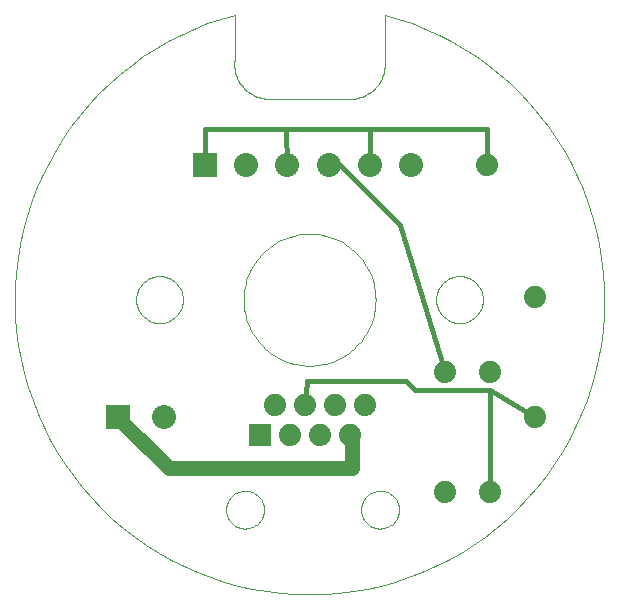
<source format=gbl>
G75*
G70*
%OFA0B0*%
%FSLAX24Y24*%
%IPPOS*%
%LPD*%
%AMOC8*
5,1,8,0,0,1.08239X$1,22.5*
%
%ADD10C,0.0010*%
%ADD11C,0.0000*%
%ADD12C,0.0740*%
%ADD13R,0.0740X0.0740*%
%ADD14R,0.0800X0.0800*%
%ADD15C,0.0800*%
%ADD16C,0.0150*%
%ADD17C,0.0060*%
%ADD18C,0.0160*%
%ADD19C,0.0500*%
D10*
X004154Y011402D02*
X004156Y011458D01*
X004162Y011513D01*
X004172Y011568D01*
X004186Y011622D01*
X004203Y011675D01*
X004224Y011726D01*
X004249Y011776D01*
X004278Y011824D01*
X004310Y011869D01*
X004345Y011913D01*
X004382Y011954D01*
X004423Y011991D01*
X004467Y012026D01*
X004512Y012058D01*
X004560Y012087D01*
X004610Y012112D01*
X004661Y012133D01*
X004714Y012150D01*
X004768Y012164D01*
X004823Y012174D01*
X004878Y012180D01*
X004934Y012182D01*
X004990Y012180D01*
X005045Y012174D01*
X005100Y012164D01*
X005154Y012150D01*
X005207Y012133D01*
X005258Y012112D01*
X005308Y012087D01*
X005356Y012058D01*
X005401Y012026D01*
X005445Y011991D01*
X005486Y011954D01*
X005523Y011913D01*
X005558Y011869D01*
X005590Y011824D01*
X005619Y011776D01*
X005644Y011726D01*
X005665Y011675D01*
X005682Y011622D01*
X005696Y011568D01*
X005706Y011513D01*
X005712Y011458D01*
X005714Y011402D01*
X005712Y011346D01*
X005706Y011291D01*
X005696Y011236D01*
X005682Y011182D01*
X005665Y011129D01*
X005644Y011078D01*
X005619Y011028D01*
X005590Y010980D01*
X005558Y010935D01*
X005523Y010891D01*
X005486Y010850D01*
X005445Y010813D01*
X005401Y010778D01*
X005356Y010746D01*
X005308Y010717D01*
X005258Y010692D01*
X005207Y010671D01*
X005154Y010654D01*
X005100Y010640D01*
X005045Y010630D01*
X004990Y010624D01*
X004934Y010622D01*
X004878Y010624D01*
X004823Y010630D01*
X004768Y010640D01*
X004714Y010654D01*
X004661Y010671D01*
X004610Y010692D01*
X004560Y010717D01*
X004512Y010746D01*
X004467Y010778D01*
X004423Y010813D01*
X004382Y010850D01*
X004345Y010891D01*
X004310Y010935D01*
X004278Y010980D01*
X004249Y011028D01*
X004224Y011078D01*
X004203Y011129D01*
X004186Y011182D01*
X004172Y011236D01*
X004162Y011291D01*
X004156Y011346D01*
X004154Y011402D01*
X007734Y011402D02*
X007737Y011510D01*
X007745Y011618D01*
X007758Y011725D01*
X007776Y011831D01*
X007800Y011937D01*
X007829Y012041D01*
X007863Y012143D01*
X007901Y012244D01*
X007945Y012343D01*
X007994Y012439D01*
X008047Y012533D01*
X008105Y012624D01*
X008167Y012713D01*
X008233Y012798D01*
X008304Y012879D01*
X008378Y012958D01*
X008457Y013032D01*
X008538Y013103D01*
X008623Y013169D01*
X008712Y013231D01*
X008803Y013289D01*
X008897Y013342D01*
X008993Y013391D01*
X009092Y013435D01*
X009193Y013473D01*
X009295Y013507D01*
X009399Y013536D01*
X009505Y013560D01*
X009611Y013578D01*
X009718Y013591D01*
X009826Y013599D01*
X009934Y013602D01*
X010042Y013599D01*
X010150Y013591D01*
X010257Y013578D01*
X010363Y013560D01*
X010469Y013536D01*
X010573Y013507D01*
X010675Y013473D01*
X010776Y013435D01*
X010875Y013391D01*
X010971Y013342D01*
X011065Y013289D01*
X011156Y013231D01*
X011245Y013169D01*
X011330Y013103D01*
X011411Y013032D01*
X011490Y012958D01*
X011564Y012879D01*
X011635Y012798D01*
X011701Y012713D01*
X011763Y012624D01*
X011821Y012533D01*
X011874Y012439D01*
X011923Y012343D01*
X011967Y012244D01*
X012005Y012143D01*
X012039Y012041D01*
X012068Y011937D01*
X012092Y011831D01*
X012110Y011725D01*
X012123Y011618D01*
X012131Y011510D01*
X012134Y011402D01*
X012131Y011294D01*
X012123Y011186D01*
X012110Y011079D01*
X012092Y010973D01*
X012068Y010867D01*
X012039Y010763D01*
X012005Y010661D01*
X011967Y010560D01*
X011923Y010461D01*
X011874Y010365D01*
X011821Y010271D01*
X011763Y010180D01*
X011701Y010091D01*
X011635Y010006D01*
X011564Y009925D01*
X011490Y009846D01*
X011411Y009772D01*
X011330Y009701D01*
X011245Y009635D01*
X011156Y009573D01*
X011065Y009515D01*
X010971Y009462D01*
X010875Y009413D01*
X010776Y009369D01*
X010675Y009331D01*
X010573Y009297D01*
X010469Y009268D01*
X010363Y009244D01*
X010257Y009226D01*
X010150Y009213D01*
X010042Y009205D01*
X009934Y009202D01*
X009826Y009205D01*
X009718Y009213D01*
X009611Y009226D01*
X009505Y009244D01*
X009399Y009268D01*
X009295Y009297D01*
X009193Y009331D01*
X009092Y009369D01*
X008993Y009413D01*
X008897Y009462D01*
X008803Y009515D01*
X008712Y009573D01*
X008623Y009635D01*
X008538Y009701D01*
X008457Y009772D01*
X008378Y009846D01*
X008304Y009925D01*
X008233Y010006D01*
X008167Y010091D01*
X008105Y010180D01*
X008047Y010271D01*
X007994Y010365D01*
X007945Y010461D01*
X007901Y010560D01*
X007863Y010661D01*
X007829Y010763D01*
X007800Y010867D01*
X007776Y010973D01*
X007758Y011079D01*
X007745Y011186D01*
X007737Y011294D01*
X007734Y011402D01*
X007434Y020902D02*
X006973Y020768D01*
X006519Y020612D01*
X006073Y020434D01*
X005636Y020235D01*
X005210Y020014D01*
X004794Y019773D01*
X004391Y019512D01*
X004002Y019231D01*
X003626Y018932D01*
X003266Y018615D01*
X002921Y018280D01*
X002594Y017930D01*
X002283Y017563D01*
X001991Y017182D01*
X001718Y016787D01*
X001465Y016379D01*
X001232Y015959D01*
X001020Y015528D01*
X000829Y015088D01*
X000659Y014639D01*
X000512Y014181D01*
X000388Y013718D01*
X000286Y013248D01*
X000207Y012775D01*
X000152Y012298D01*
X000120Y011819D01*
X000111Y011339D01*
X000126Y010859D01*
X000164Y010380D01*
X000226Y009904D01*
X000311Y009431D01*
X000419Y008963D01*
X000549Y008501D01*
X000702Y008046D01*
X000877Y007599D01*
X001074Y007161D01*
X001291Y006733D01*
X001530Y006316D01*
X001789Y005912D01*
X002067Y005520D01*
X002363Y005143D01*
X002678Y004780D01*
X003011Y004434D01*
X003359Y004104D01*
X003724Y003791D01*
X004103Y003497D01*
X004496Y003221D01*
X004903Y002965D01*
X005321Y002730D01*
X005750Y002515D01*
X006190Y002321D01*
X006638Y002149D01*
X007094Y001999D01*
X007557Y001871D01*
X008025Y001766D01*
X008499Y001684D01*
X008975Y001626D01*
X009454Y001591D01*
X009934Y001579D01*
X010414Y001591D01*
X010893Y001626D01*
X011369Y001684D01*
X011843Y001766D01*
X012311Y001871D01*
X012774Y001999D01*
X013230Y002149D01*
X013678Y002321D01*
X014118Y002515D01*
X014547Y002730D01*
X014965Y002965D01*
X015372Y003221D01*
X015765Y003497D01*
X016144Y003791D01*
X016509Y004104D01*
X016857Y004434D01*
X017190Y004780D01*
X017505Y005143D01*
X017801Y005520D01*
X018079Y005912D01*
X018338Y006316D01*
X018577Y006733D01*
X018794Y007161D01*
X018991Y007599D01*
X019166Y008046D01*
X019319Y008501D01*
X019449Y008963D01*
X019557Y009431D01*
X019642Y009904D01*
X019704Y010380D01*
X019742Y010859D01*
X019757Y011339D01*
X019748Y011819D01*
X019716Y012298D01*
X019661Y012775D01*
X019582Y013248D01*
X019480Y013718D01*
X019356Y014181D01*
X019209Y014639D01*
X019039Y015088D01*
X018848Y015528D01*
X018636Y015959D01*
X018403Y016379D01*
X018150Y016787D01*
X017877Y017182D01*
X017585Y017563D01*
X017274Y017930D01*
X016947Y018280D01*
X016602Y018615D01*
X016242Y018932D01*
X015866Y019231D01*
X015477Y019512D01*
X015074Y019773D01*
X014658Y020014D01*
X014232Y020235D01*
X013795Y020434D01*
X013349Y020612D01*
X012895Y020768D01*
X012434Y020902D01*
X012434Y019402D01*
X012441Y019337D01*
X012444Y019272D01*
X012443Y019207D01*
X012439Y019142D01*
X012431Y019078D01*
X012419Y019014D01*
X012404Y018950D01*
X012385Y018888D01*
X012363Y018827D01*
X012338Y018767D01*
X012309Y018709D01*
X012277Y018652D01*
X012242Y018597D01*
X012203Y018545D01*
X012162Y018494D01*
X012118Y018446D01*
X012072Y018401D01*
X012023Y018358D01*
X011972Y018318D01*
X011918Y018281D01*
X011863Y018247D01*
X011806Y018216D01*
X011747Y018188D01*
X011686Y018164D01*
X011625Y018143D01*
X011562Y018126D01*
X011498Y018112D01*
X011434Y018102D01*
X008434Y018102D01*
X008370Y018112D01*
X008306Y018126D01*
X008243Y018143D01*
X008182Y018164D01*
X008121Y018188D01*
X008062Y018216D01*
X008005Y018247D01*
X007950Y018281D01*
X007896Y018318D01*
X007845Y018358D01*
X007796Y018401D01*
X007750Y018446D01*
X007706Y018494D01*
X007665Y018545D01*
X007626Y018597D01*
X007591Y018652D01*
X007559Y018709D01*
X007530Y018767D01*
X007505Y018827D01*
X007483Y018888D01*
X007464Y018950D01*
X007449Y019014D01*
X007437Y019078D01*
X007429Y019142D01*
X007425Y019207D01*
X007424Y019272D01*
X007427Y019337D01*
X007434Y019402D01*
X007434Y020902D01*
X014154Y011402D02*
X014156Y011458D01*
X014162Y011513D01*
X014172Y011568D01*
X014186Y011622D01*
X014203Y011675D01*
X014224Y011726D01*
X014249Y011776D01*
X014278Y011824D01*
X014310Y011869D01*
X014345Y011913D01*
X014382Y011954D01*
X014423Y011991D01*
X014467Y012026D01*
X014512Y012058D01*
X014560Y012087D01*
X014610Y012112D01*
X014661Y012133D01*
X014714Y012150D01*
X014768Y012164D01*
X014823Y012174D01*
X014878Y012180D01*
X014934Y012182D01*
X014990Y012180D01*
X015045Y012174D01*
X015100Y012164D01*
X015154Y012150D01*
X015207Y012133D01*
X015258Y012112D01*
X015308Y012087D01*
X015356Y012058D01*
X015401Y012026D01*
X015445Y011991D01*
X015486Y011954D01*
X015523Y011913D01*
X015558Y011869D01*
X015590Y011824D01*
X015619Y011776D01*
X015644Y011726D01*
X015665Y011675D01*
X015682Y011622D01*
X015696Y011568D01*
X015706Y011513D01*
X015712Y011458D01*
X015714Y011402D01*
X015712Y011346D01*
X015706Y011291D01*
X015696Y011236D01*
X015682Y011182D01*
X015665Y011129D01*
X015644Y011078D01*
X015619Y011028D01*
X015590Y010980D01*
X015558Y010935D01*
X015523Y010891D01*
X015486Y010850D01*
X015445Y010813D01*
X015401Y010778D01*
X015356Y010746D01*
X015308Y010717D01*
X015258Y010692D01*
X015207Y010671D01*
X015154Y010654D01*
X015100Y010640D01*
X015045Y010630D01*
X014990Y010624D01*
X014934Y010622D01*
X014878Y010624D01*
X014823Y010630D01*
X014768Y010640D01*
X014714Y010654D01*
X014661Y010671D01*
X014610Y010692D01*
X014560Y010717D01*
X014512Y010746D01*
X014467Y010778D01*
X014423Y010813D01*
X014382Y010850D01*
X014345Y010891D01*
X014310Y010935D01*
X014278Y010980D01*
X014249Y011028D01*
X014224Y011078D01*
X014203Y011129D01*
X014186Y011182D01*
X014172Y011236D01*
X014162Y011291D01*
X014156Y011346D01*
X014154Y011402D01*
D11*
X011654Y004402D02*
X011656Y004452D01*
X011662Y004502D01*
X011672Y004551D01*
X011686Y004599D01*
X011703Y004646D01*
X011724Y004691D01*
X011749Y004735D01*
X011777Y004776D01*
X011809Y004815D01*
X011843Y004852D01*
X011880Y004886D01*
X011920Y004916D01*
X011962Y004943D01*
X012006Y004967D01*
X012052Y004988D01*
X012099Y005004D01*
X012147Y005017D01*
X012197Y005026D01*
X012246Y005031D01*
X012297Y005032D01*
X012347Y005029D01*
X012396Y005022D01*
X012445Y005011D01*
X012493Y004996D01*
X012539Y004978D01*
X012584Y004956D01*
X012627Y004930D01*
X012668Y004901D01*
X012707Y004869D01*
X012743Y004834D01*
X012775Y004796D01*
X012805Y004756D01*
X012832Y004713D01*
X012855Y004669D01*
X012874Y004623D01*
X012890Y004575D01*
X012902Y004526D01*
X012910Y004477D01*
X012914Y004427D01*
X012914Y004377D01*
X012910Y004327D01*
X012902Y004278D01*
X012890Y004229D01*
X012874Y004181D01*
X012855Y004135D01*
X012832Y004091D01*
X012805Y004048D01*
X012775Y004008D01*
X012743Y003970D01*
X012707Y003935D01*
X012668Y003903D01*
X012627Y003874D01*
X012584Y003848D01*
X012539Y003826D01*
X012493Y003808D01*
X012445Y003793D01*
X012396Y003782D01*
X012347Y003775D01*
X012297Y003772D01*
X012246Y003773D01*
X012197Y003778D01*
X012147Y003787D01*
X012099Y003800D01*
X012052Y003816D01*
X012006Y003837D01*
X011962Y003861D01*
X011920Y003888D01*
X011880Y003918D01*
X011843Y003952D01*
X011809Y003989D01*
X011777Y004028D01*
X011749Y004069D01*
X011724Y004113D01*
X011703Y004158D01*
X011686Y004205D01*
X011672Y004253D01*
X011662Y004302D01*
X011656Y004352D01*
X011654Y004402D01*
X007154Y004402D02*
X007156Y004452D01*
X007162Y004502D01*
X007172Y004551D01*
X007186Y004599D01*
X007203Y004646D01*
X007224Y004691D01*
X007249Y004735D01*
X007277Y004776D01*
X007309Y004815D01*
X007343Y004852D01*
X007380Y004886D01*
X007420Y004916D01*
X007462Y004943D01*
X007506Y004967D01*
X007552Y004988D01*
X007599Y005004D01*
X007647Y005017D01*
X007697Y005026D01*
X007746Y005031D01*
X007797Y005032D01*
X007847Y005029D01*
X007896Y005022D01*
X007945Y005011D01*
X007993Y004996D01*
X008039Y004978D01*
X008084Y004956D01*
X008127Y004930D01*
X008168Y004901D01*
X008207Y004869D01*
X008243Y004834D01*
X008275Y004796D01*
X008305Y004756D01*
X008332Y004713D01*
X008355Y004669D01*
X008374Y004623D01*
X008390Y004575D01*
X008402Y004526D01*
X008410Y004477D01*
X008414Y004427D01*
X008414Y004377D01*
X008410Y004327D01*
X008402Y004278D01*
X008390Y004229D01*
X008374Y004181D01*
X008355Y004135D01*
X008332Y004091D01*
X008305Y004048D01*
X008275Y004008D01*
X008243Y003970D01*
X008207Y003935D01*
X008168Y003903D01*
X008127Y003874D01*
X008084Y003848D01*
X008039Y003826D01*
X007993Y003808D01*
X007945Y003793D01*
X007896Y003782D01*
X007847Y003775D01*
X007797Y003772D01*
X007746Y003773D01*
X007697Y003778D01*
X007647Y003787D01*
X007599Y003800D01*
X007552Y003816D01*
X007506Y003837D01*
X007462Y003861D01*
X007420Y003888D01*
X007380Y003918D01*
X007343Y003952D01*
X007309Y003989D01*
X007277Y004028D01*
X007249Y004069D01*
X007224Y004113D01*
X007203Y004158D01*
X007186Y004205D01*
X007172Y004253D01*
X007162Y004302D01*
X007156Y004352D01*
X007154Y004402D01*
D12*
X009284Y006902D03*
X010284Y006902D03*
X011284Y006902D03*
X010784Y007902D03*
X009784Y007902D03*
X008784Y007902D03*
X011784Y007902D03*
X014434Y009002D03*
X015934Y009002D03*
X017434Y007502D03*
X015934Y005002D03*
X014434Y005002D03*
X017434Y011502D03*
X015834Y015902D03*
D13*
X008284Y006902D03*
D14*
X003564Y007502D03*
X006434Y015902D03*
D15*
X007812Y015902D03*
X009190Y015902D03*
X010568Y015902D03*
X011946Y015902D03*
X013324Y015902D03*
X005082Y007502D03*
D16*
X009784Y007902D02*
X009834Y008702D01*
X013134Y008702D01*
X013434Y008402D01*
X015934Y008402D01*
X017434Y007502D01*
X015934Y008402D02*
X015934Y005002D01*
X014434Y009002D02*
X012934Y013902D01*
X011434Y015402D01*
X010934Y015902D01*
X010568Y015902D01*
X009190Y015902D02*
X009134Y017102D01*
X011934Y017102D01*
X015834Y017102D01*
X015834Y015902D01*
X011946Y015902D02*
X011934Y017102D01*
X009134Y017102D02*
X006434Y017102D01*
X006434Y015902D01*
D17*
X011934Y015902D02*
X011946Y015902D01*
X015934Y005002D02*
X015934Y004902D01*
D18*
X009784Y007902D02*
X009634Y007902D01*
D19*
X011334Y005802D02*
X005234Y005802D01*
X003564Y007472D01*
X003564Y007502D01*
X011284Y006902D02*
X011334Y006852D01*
X011334Y005802D01*
M02*

</source>
